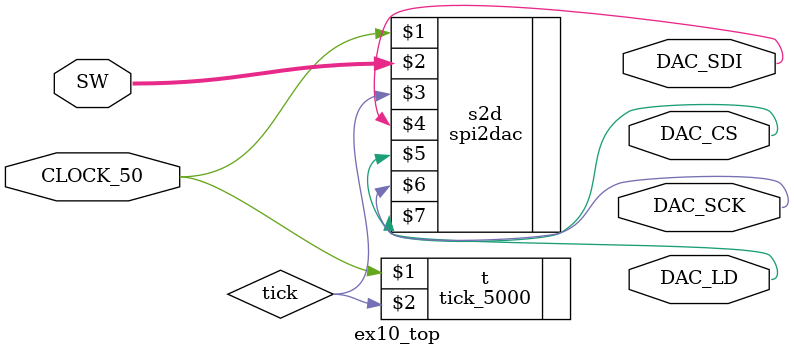
<source format=v>
module ex10_top(SW, CLOCK_50, DAC_CS, DAC_SDI, DAC_LD, DAC_SCK);
	input [9:0] SW;
	input CLOCK_50;
	output DAC_CS;
	output DAC_SDI;
	output DAC_LD;
	output DAC_SCK;
	
	wire tick;
	
	tick_5000 t(CLOCK_50, tick);
	spi2dac s2d (CLOCK_50, SW, tick, DAC_SDI, DAC_CS, DAC_SCK, DAC_LD);

endmodule
</source>
